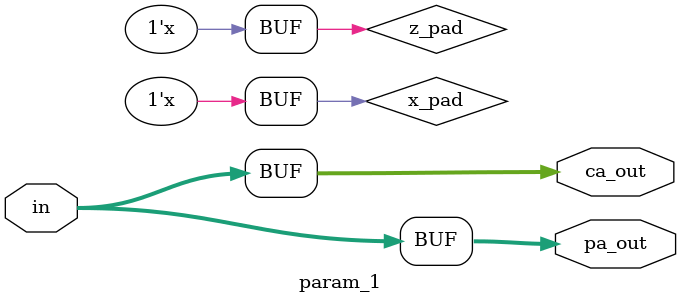
<source format=v>
module param_1 #(parameter width = 32) (
  output reg [31:0] pa_out,
  output wire [31:0] ca_out,
  input [width-1:0] in);
  wire z_pad = 1'bz;
  wire x_pad = 1'bx;
  assign ca_out = {{32-width{z_pad}}, in};
  always @* pa_out = {{32-width{x_pad}}, in};
endmodule
</source>
